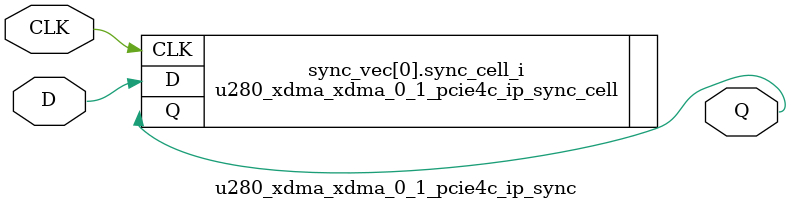
<source format=v>

`timescale 1ps / 1ps

(* DowngradeIPIdentifiedWarnings = "yes" *)
module u280_xdma_xdma_0_1_pcie4c_ip_sync #
(
    parameter integer WIDTH = 1, 
    parameter integer STAGE = 3
)
(
    //-------------------------------------------------------------------------- 
    //  Input Ports
    //-------------------------------------------------------------------------- 
    input                               CLK,
    input       [WIDTH-1:0]             D,
    
    //-------------------------------------------------------------------------- 
    //  Output Ports
    //-------------------------------------------------------------------------- 
    output      [WIDTH-1:0]             Q
);                                                        



//--------------------------------------------------------------------------------------------------
//  Generate Synchronizer - Begin
//--------------------------------------------------------------------------------------------------
genvar i;

generate for (i=0; i<WIDTH; i=i+1) 

    begin : sync_vec

    //----------------------------------------------------------------------
    //  Synchronizer
    //----------------------------------------------------------------------
    u280_xdma_xdma_0_1_pcie4c_ip_sync_cell #
    (
        .STAGE                          (STAGE)
    )    
    sync_cell_i
    (
        //------------------------------------------------------------------
        //  Input Ports
        //------------------------------------------------------------------
        .CLK                            (CLK),
        .D                              (D[i]),

        //------------------------------------------------------------------
        //  Output Ports
        //------------------------------------------------------------------
        .Q                              (Q[i])
    );
 
    end   
      
endgenerate 
//--------------------------------------------------------------------------------------------------
//  Generate - End
//--------------------------------------------------------------------------------------------------



endmodule

</source>
